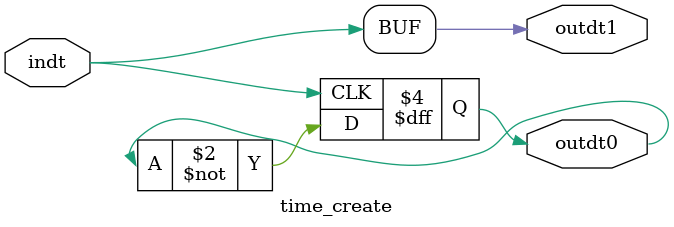
<source format=v>
module time_create(indt,outdt0,outdt1);
	//A14
	input indt;
	output reg outdt0;
	output outdt1;
	
	assign outdt1 = indt;

	always @ (posedge indt)
		outdt0 <= ~outdt0;
	
	initial outdt0 <= 0;

endmodule

</source>
